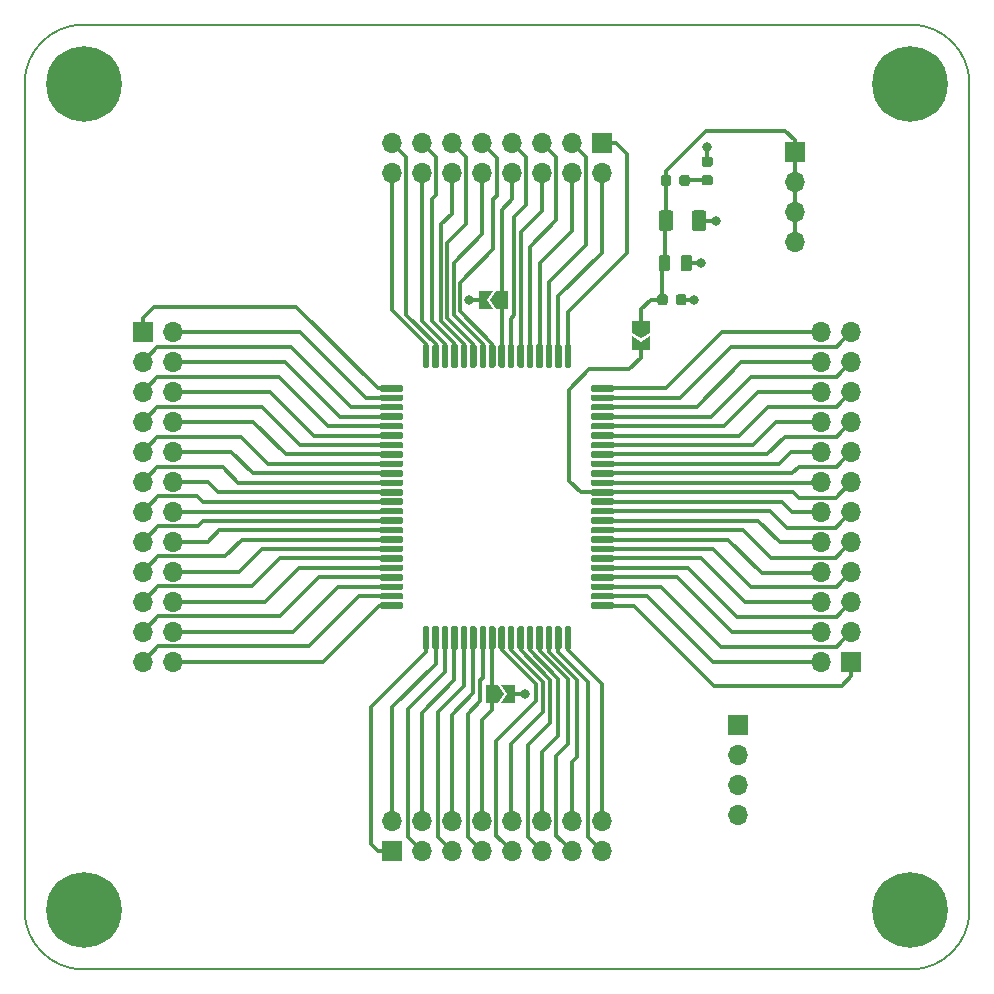
<source format=gbr>
G04 #@! TF.GenerationSoftware,KiCad,Pcbnew,5.1.6-c6e7f7d~86~ubuntu20.04.1*
G04 #@! TF.CreationDate,2020-05-17T15:59:45+03:00*
G04 #@! TF.ProjectId,GB-BRK-CPU-G2,47422d42-524b-42d4-9350-552d47322e6b,v1.1*
G04 #@! TF.SameCoordinates,Original*
G04 #@! TF.FileFunction,Copper,L1,Top*
G04 #@! TF.FilePolarity,Positive*
%FSLAX46Y46*%
G04 Gerber Fmt 4.6, Leading zero omitted, Abs format (unit mm)*
G04 Created by KiCad (PCBNEW 5.1.6-c6e7f7d~86~ubuntu20.04.1) date 2020-05-17 15:59:45*
%MOMM*%
%LPD*%
G01*
G04 APERTURE LIST*
G04 #@! TA.AperFunction,Profile*
%ADD10C,0.150000*%
G04 #@! TD*
G04 #@! TA.AperFunction,ComponentPad*
%ADD11C,0.800000*%
G04 #@! TD*
G04 #@! TA.AperFunction,ComponentPad*
%ADD12C,6.400000*%
G04 #@! TD*
G04 #@! TA.AperFunction,SMDPad,CuDef*
%ADD13C,0.100000*%
G04 #@! TD*
G04 #@! TA.AperFunction,ComponentPad*
%ADD14O,1.700000X1.700000*%
G04 #@! TD*
G04 #@! TA.AperFunction,ComponentPad*
%ADD15R,1.700000X1.700000*%
G04 #@! TD*
G04 #@! TA.AperFunction,ViaPad*
%ADD16C,0.800000*%
G04 #@! TD*
G04 #@! TA.AperFunction,Conductor*
%ADD17C,0.320000*%
G04 #@! TD*
G04 APERTURE END LIST*
D10*
X140000000Y-135000000D02*
G75*
G02*
X135000000Y-140000000I-5000000J0D01*
G01*
X65000000Y-140000000D02*
G75*
G02*
X60000000Y-135000000I0J5000000D01*
G01*
X60000000Y-65000000D02*
G75*
G02*
X65000000Y-60000000I5000000J0D01*
G01*
X135000000Y-60000000D02*
G75*
G02*
X140000000Y-65000000I0J-5000000D01*
G01*
X135000000Y-60000000D02*
X65000000Y-60000000D01*
X140000000Y-135000000D02*
X140000000Y-65000000D01*
X65000000Y-140000000D02*
X135000000Y-140000000D01*
X60000000Y-65000000D02*
X60000000Y-135000000D01*
G04 #@! TA.AperFunction,SMDPad,CuDef*
G36*
G01*
X93725000Y-88937500D02*
X93725000Y-87187500D01*
G75*
G02*
X93862500Y-87050000I137500J0D01*
G01*
X94137500Y-87050000D01*
G75*
G02*
X94275000Y-87187500I0J-137500D01*
G01*
X94275000Y-88937500D01*
G75*
G02*
X94137500Y-89075000I-137500J0D01*
G01*
X93862500Y-89075000D01*
G75*
G02*
X93725000Y-88937500I0J137500D01*
G01*
G37*
G04 #@! TD.AperFunction*
G04 #@! TA.AperFunction,SMDPad,CuDef*
G36*
G01*
X94525000Y-88937500D02*
X94525000Y-87187500D01*
G75*
G02*
X94662500Y-87050000I137500J0D01*
G01*
X94937500Y-87050000D01*
G75*
G02*
X95075000Y-87187500I0J-137500D01*
G01*
X95075000Y-88937500D01*
G75*
G02*
X94937500Y-89075000I-137500J0D01*
G01*
X94662500Y-89075000D01*
G75*
G02*
X94525000Y-88937500I0J137500D01*
G01*
G37*
G04 #@! TD.AperFunction*
G04 #@! TA.AperFunction,SMDPad,CuDef*
G36*
G01*
X95325000Y-88937500D02*
X95325000Y-87187500D01*
G75*
G02*
X95462500Y-87050000I137500J0D01*
G01*
X95737500Y-87050000D01*
G75*
G02*
X95875000Y-87187500I0J-137500D01*
G01*
X95875000Y-88937500D01*
G75*
G02*
X95737500Y-89075000I-137500J0D01*
G01*
X95462500Y-89075000D01*
G75*
G02*
X95325000Y-88937500I0J137500D01*
G01*
G37*
G04 #@! TD.AperFunction*
G04 #@! TA.AperFunction,SMDPad,CuDef*
G36*
G01*
X96125000Y-88937500D02*
X96125000Y-87187500D01*
G75*
G02*
X96262500Y-87050000I137500J0D01*
G01*
X96537500Y-87050000D01*
G75*
G02*
X96675000Y-87187500I0J-137500D01*
G01*
X96675000Y-88937500D01*
G75*
G02*
X96537500Y-89075000I-137500J0D01*
G01*
X96262500Y-89075000D01*
G75*
G02*
X96125000Y-88937500I0J137500D01*
G01*
G37*
G04 #@! TD.AperFunction*
G04 #@! TA.AperFunction,SMDPad,CuDef*
G36*
G01*
X96925000Y-88937500D02*
X96925000Y-87187500D01*
G75*
G02*
X97062500Y-87050000I137500J0D01*
G01*
X97337500Y-87050000D01*
G75*
G02*
X97475000Y-87187500I0J-137500D01*
G01*
X97475000Y-88937500D01*
G75*
G02*
X97337500Y-89075000I-137500J0D01*
G01*
X97062500Y-89075000D01*
G75*
G02*
X96925000Y-88937500I0J137500D01*
G01*
G37*
G04 #@! TD.AperFunction*
G04 #@! TA.AperFunction,SMDPad,CuDef*
G36*
G01*
X97725000Y-88937500D02*
X97725000Y-87187500D01*
G75*
G02*
X97862500Y-87050000I137500J0D01*
G01*
X98137500Y-87050000D01*
G75*
G02*
X98275000Y-87187500I0J-137500D01*
G01*
X98275000Y-88937500D01*
G75*
G02*
X98137500Y-89075000I-137500J0D01*
G01*
X97862500Y-89075000D01*
G75*
G02*
X97725000Y-88937500I0J137500D01*
G01*
G37*
G04 #@! TD.AperFunction*
G04 #@! TA.AperFunction,SMDPad,CuDef*
G36*
G01*
X98525000Y-88937500D02*
X98525000Y-87187500D01*
G75*
G02*
X98662500Y-87050000I137500J0D01*
G01*
X98937500Y-87050000D01*
G75*
G02*
X99075000Y-87187500I0J-137500D01*
G01*
X99075000Y-88937500D01*
G75*
G02*
X98937500Y-89075000I-137500J0D01*
G01*
X98662500Y-89075000D01*
G75*
G02*
X98525000Y-88937500I0J137500D01*
G01*
G37*
G04 #@! TD.AperFunction*
G04 #@! TA.AperFunction,SMDPad,CuDef*
G36*
G01*
X99325000Y-88937500D02*
X99325000Y-87187500D01*
G75*
G02*
X99462500Y-87050000I137500J0D01*
G01*
X99737500Y-87050000D01*
G75*
G02*
X99875000Y-87187500I0J-137500D01*
G01*
X99875000Y-88937500D01*
G75*
G02*
X99737500Y-89075000I-137500J0D01*
G01*
X99462500Y-89075000D01*
G75*
G02*
X99325000Y-88937500I0J137500D01*
G01*
G37*
G04 #@! TD.AperFunction*
G04 #@! TA.AperFunction,SMDPad,CuDef*
G36*
G01*
X100125000Y-88937500D02*
X100125000Y-87187500D01*
G75*
G02*
X100262500Y-87050000I137500J0D01*
G01*
X100537500Y-87050000D01*
G75*
G02*
X100675000Y-87187500I0J-137500D01*
G01*
X100675000Y-88937500D01*
G75*
G02*
X100537500Y-89075000I-137500J0D01*
G01*
X100262500Y-89075000D01*
G75*
G02*
X100125000Y-88937500I0J137500D01*
G01*
G37*
G04 #@! TD.AperFunction*
G04 #@! TA.AperFunction,SMDPad,CuDef*
G36*
G01*
X100925000Y-88937500D02*
X100925000Y-87187500D01*
G75*
G02*
X101062500Y-87050000I137500J0D01*
G01*
X101337500Y-87050000D01*
G75*
G02*
X101475000Y-87187500I0J-137500D01*
G01*
X101475000Y-88937500D01*
G75*
G02*
X101337500Y-89075000I-137500J0D01*
G01*
X101062500Y-89075000D01*
G75*
G02*
X100925000Y-88937500I0J137500D01*
G01*
G37*
G04 #@! TD.AperFunction*
G04 #@! TA.AperFunction,SMDPad,CuDef*
G36*
G01*
X101725000Y-88937500D02*
X101725000Y-87187500D01*
G75*
G02*
X101862500Y-87050000I137500J0D01*
G01*
X102137500Y-87050000D01*
G75*
G02*
X102275000Y-87187500I0J-137500D01*
G01*
X102275000Y-88937500D01*
G75*
G02*
X102137500Y-89075000I-137500J0D01*
G01*
X101862500Y-89075000D01*
G75*
G02*
X101725000Y-88937500I0J137500D01*
G01*
G37*
G04 #@! TD.AperFunction*
G04 #@! TA.AperFunction,SMDPad,CuDef*
G36*
G01*
X102525000Y-88937500D02*
X102525000Y-87187500D01*
G75*
G02*
X102662500Y-87050000I137500J0D01*
G01*
X102937500Y-87050000D01*
G75*
G02*
X103075000Y-87187500I0J-137500D01*
G01*
X103075000Y-88937500D01*
G75*
G02*
X102937500Y-89075000I-137500J0D01*
G01*
X102662500Y-89075000D01*
G75*
G02*
X102525000Y-88937500I0J137500D01*
G01*
G37*
G04 #@! TD.AperFunction*
G04 #@! TA.AperFunction,SMDPad,CuDef*
G36*
G01*
X103325000Y-88937500D02*
X103325000Y-87187500D01*
G75*
G02*
X103462500Y-87050000I137500J0D01*
G01*
X103737500Y-87050000D01*
G75*
G02*
X103875000Y-87187500I0J-137500D01*
G01*
X103875000Y-88937500D01*
G75*
G02*
X103737500Y-89075000I-137500J0D01*
G01*
X103462500Y-89075000D01*
G75*
G02*
X103325000Y-88937500I0J137500D01*
G01*
G37*
G04 #@! TD.AperFunction*
G04 #@! TA.AperFunction,SMDPad,CuDef*
G36*
G01*
X104125000Y-88937500D02*
X104125000Y-87187500D01*
G75*
G02*
X104262500Y-87050000I137500J0D01*
G01*
X104537500Y-87050000D01*
G75*
G02*
X104675000Y-87187500I0J-137500D01*
G01*
X104675000Y-88937500D01*
G75*
G02*
X104537500Y-89075000I-137500J0D01*
G01*
X104262500Y-89075000D01*
G75*
G02*
X104125000Y-88937500I0J137500D01*
G01*
G37*
G04 #@! TD.AperFunction*
G04 #@! TA.AperFunction,SMDPad,CuDef*
G36*
G01*
X104925000Y-88937500D02*
X104925000Y-87187500D01*
G75*
G02*
X105062500Y-87050000I137500J0D01*
G01*
X105337500Y-87050000D01*
G75*
G02*
X105475000Y-87187500I0J-137500D01*
G01*
X105475000Y-88937500D01*
G75*
G02*
X105337500Y-89075000I-137500J0D01*
G01*
X105062500Y-89075000D01*
G75*
G02*
X104925000Y-88937500I0J137500D01*
G01*
G37*
G04 #@! TD.AperFunction*
G04 #@! TA.AperFunction,SMDPad,CuDef*
G36*
G01*
X105725000Y-88937500D02*
X105725000Y-87187500D01*
G75*
G02*
X105862500Y-87050000I137500J0D01*
G01*
X106137500Y-87050000D01*
G75*
G02*
X106275000Y-87187500I0J-137500D01*
G01*
X106275000Y-88937500D01*
G75*
G02*
X106137500Y-89075000I-137500J0D01*
G01*
X105862500Y-89075000D01*
G75*
G02*
X105725000Y-88937500I0J137500D01*
G01*
G37*
G04 #@! TD.AperFunction*
G04 #@! TA.AperFunction,SMDPad,CuDef*
G36*
G01*
X107925000Y-90937500D02*
X107925000Y-90662500D01*
G75*
G02*
X108062500Y-90525000I137500J0D01*
G01*
X109812500Y-90525000D01*
G75*
G02*
X109950000Y-90662500I0J-137500D01*
G01*
X109950000Y-90937500D01*
G75*
G02*
X109812500Y-91075000I-137500J0D01*
G01*
X108062500Y-91075000D01*
G75*
G02*
X107925000Y-90937500I0J137500D01*
G01*
G37*
G04 #@! TD.AperFunction*
G04 #@! TA.AperFunction,SMDPad,CuDef*
G36*
G01*
X107925000Y-91737500D02*
X107925000Y-91462500D01*
G75*
G02*
X108062500Y-91325000I137500J0D01*
G01*
X109812500Y-91325000D01*
G75*
G02*
X109950000Y-91462500I0J-137500D01*
G01*
X109950000Y-91737500D01*
G75*
G02*
X109812500Y-91875000I-137500J0D01*
G01*
X108062500Y-91875000D01*
G75*
G02*
X107925000Y-91737500I0J137500D01*
G01*
G37*
G04 #@! TD.AperFunction*
G04 #@! TA.AperFunction,SMDPad,CuDef*
G36*
G01*
X107925000Y-92537500D02*
X107925000Y-92262500D01*
G75*
G02*
X108062500Y-92125000I137500J0D01*
G01*
X109812500Y-92125000D01*
G75*
G02*
X109950000Y-92262500I0J-137500D01*
G01*
X109950000Y-92537500D01*
G75*
G02*
X109812500Y-92675000I-137500J0D01*
G01*
X108062500Y-92675000D01*
G75*
G02*
X107925000Y-92537500I0J137500D01*
G01*
G37*
G04 #@! TD.AperFunction*
G04 #@! TA.AperFunction,SMDPad,CuDef*
G36*
G01*
X107925000Y-93337500D02*
X107925000Y-93062500D01*
G75*
G02*
X108062500Y-92925000I137500J0D01*
G01*
X109812500Y-92925000D01*
G75*
G02*
X109950000Y-93062500I0J-137500D01*
G01*
X109950000Y-93337500D01*
G75*
G02*
X109812500Y-93475000I-137500J0D01*
G01*
X108062500Y-93475000D01*
G75*
G02*
X107925000Y-93337500I0J137500D01*
G01*
G37*
G04 #@! TD.AperFunction*
G04 #@! TA.AperFunction,SMDPad,CuDef*
G36*
G01*
X107925000Y-94137500D02*
X107925000Y-93862500D01*
G75*
G02*
X108062500Y-93725000I137500J0D01*
G01*
X109812500Y-93725000D01*
G75*
G02*
X109950000Y-93862500I0J-137500D01*
G01*
X109950000Y-94137500D01*
G75*
G02*
X109812500Y-94275000I-137500J0D01*
G01*
X108062500Y-94275000D01*
G75*
G02*
X107925000Y-94137500I0J137500D01*
G01*
G37*
G04 #@! TD.AperFunction*
G04 #@! TA.AperFunction,SMDPad,CuDef*
G36*
G01*
X107925000Y-94937500D02*
X107925000Y-94662500D01*
G75*
G02*
X108062500Y-94525000I137500J0D01*
G01*
X109812500Y-94525000D01*
G75*
G02*
X109950000Y-94662500I0J-137500D01*
G01*
X109950000Y-94937500D01*
G75*
G02*
X109812500Y-95075000I-137500J0D01*
G01*
X108062500Y-95075000D01*
G75*
G02*
X107925000Y-94937500I0J137500D01*
G01*
G37*
G04 #@! TD.AperFunction*
G04 #@! TA.AperFunction,SMDPad,CuDef*
G36*
G01*
X107925000Y-95737500D02*
X107925000Y-95462500D01*
G75*
G02*
X108062500Y-95325000I137500J0D01*
G01*
X109812500Y-95325000D01*
G75*
G02*
X109950000Y-95462500I0J-137500D01*
G01*
X109950000Y-95737500D01*
G75*
G02*
X109812500Y-95875000I-137500J0D01*
G01*
X108062500Y-95875000D01*
G75*
G02*
X107925000Y-95737500I0J137500D01*
G01*
G37*
G04 #@! TD.AperFunction*
G04 #@! TA.AperFunction,SMDPad,CuDef*
G36*
G01*
X107925000Y-96537500D02*
X107925000Y-96262500D01*
G75*
G02*
X108062500Y-96125000I137500J0D01*
G01*
X109812500Y-96125000D01*
G75*
G02*
X109950000Y-96262500I0J-137500D01*
G01*
X109950000Y-96537500D01*
G75*
G02*
X109812500Y-96675000I-137500J0D01*
G01*
X108062500Y-96675000D01*
G75*
G02*
X107925000Y-96537500I0J137500D01*
G01*
G37*
G04 #@! TD.AperFunction*
G04 #@! TA.AperFunction,SMDPad,CuDef*
G36*
G01*
X107925000Y-97337500D02*
X107925000Y-97062500D01*
G75*
G02*
X108062500Y-96925000I137500J0D01*
G01*
X109812500Y-96925000D01*
G75*
G02*
X109950000Y-97062500I0J-137500D01*
G01*
X109950000Y-97337500D01*
G75*
G02*
X109812500Y-97475000I-137500J0D01*
G01*
X108062500Y-97475000D01*
G75*
G02*
X107925000Y-97337500I0J137500D01*
G01*
G37*
G04 #@! TD.AperFunction*
G04 #@! TA.AperFunction,SMDPad,CuDef*
G36*
G01*
X107925000Y-98137500D02*
X107925000Y-97862500D01*
G75*
G02*
X108062500Y-97725000I137500J0D01*
G01*
X109812500Y-97725000D01*
G75*
G02*
X109950000Y-97862500I0J-137500D01*
G01*
X109950000Y-98137500D01*
G75*
G02*
X109812500Y-98275000I-137500J0D01*
G01*
X108062500Y-98275000D01*
G75*
G02*
X107925000Y-98137500I0J137500D01*
G01*
G37*
G04 #@! TD.AperFunction*
G04 #@! TA.AperFunction,SMDPad,CuDef*
G36*
G01*
X107925000Y-98937500D02*
X107925000Y-98662500D01*
G75*
G02*
X108062500Y-98525000I137500J0D01*
G01*
X109812500Y-98525000D01*
G75*
G02*
X109950000Y-98662500I0J-137500D01*
G01*
X109950000Y-98937500D01*
G75*
G02*
X109812500Y-99075000I-137500J0D01*
G01*
X108062500Y-99075000D01*
G75*
G02*
X107925000Y-98937500I0J137500D01*
G01*
G37*
G04 #@! TD.AperFunction*
G04 #@! TA.AperFunction,SMDPad,CuDef*
G36*
G01*
X107925000Y-99737500D02*
X107925000Y-99462500D01*
G75*
G02*
X108062500Y-99325000I137500J0D01*
G01*
X109812500Y-99325000D01*
G75*
G02*
X109950000Y-99462500I0J-137500D01*
G01*
X109950000Y-99737500D01*
G75*
G02*
X109812500Y-99875000I-137500J0D01*
G01*
X108062500Y-99875000D01*
G75*
G02*
X107925000Y-99737500I0J137500D01*
G01*
G37*
G04 #@! TD.AperFunction*
G04 #@! TA.AperFunction,SMDPad,CuDef*
G36*
G01*
X107925000Y-100537500D02*
X107925000Y-100262500D01*
G75*
G02*
X108062500Y-100125000I137500J0D01*
G01*
X109812500Y-100125000D01*
G75*
G02*
X109950000Y-100262500I0J-137500D01*
G01*
X109950000Y-100537500D01*
G75*
G02*
X109812500Y-100675000I-137500J0D01*
G01*
X108062500Y-100675000D01*
G75*
G02*
X107925000Y-100537500I0J137500D01*
G01*
G37*
G04 #@! TD.AperFunction*
G04 #@! TA.AperFunction,SMDPad,CuDef*
G36*
G01*
X107925000Y-101337500D02*
X107925000Y-101062500D01*
G75*
G02*
X108062500Y-100925000I137500J0D01*
G01*
X109812500Y-100925000D01*
G75*
G02*
X109950000Y-101062500I0J-137500D01*
G01*
X109950000Y-101337500D01*
G75*
G02*
X109812500Y-101475000I-137500J0D01*
G01*
X108062500Y-101475000D01*
G75*
G02*
X107925000Y-101337500I0J137500D01*
G01*
G37*
G04 #@! TD.AperFunction*
G04 #@! TA.AperFunction,SMDPad,CuDef*
G36*
G01*
X107925000Y-102137500D02*
X107925000Y-101862500D01*
G75*
G02*
X108062500Y-101725000I137500J0D01*
G01*
X109812500Y-101725000D01*
G75*
G02*
X109950000Y-101862500I0J-137500D01*
G01*
X109950000Y-102137500D01*
G75*
G02*
X109812500Y-102275000I-137500J0D01*
G01*
X108062500Y-102275000D01*
G75*
G02*
X107925000Y-102137500I0J137500D01*
G01*
G37*
G04 #@! TD.AperFunction*
G04 #@! TA.AperFunction,SMDPad,CuDef*
G36*
G01*
X107925000Y-102937500D02*
X107925000Y-102662500D01*
G75*
G02*
X108062500Y-102525000I137500J0D01*
G01*
X109812500Y-102525000D01*
G75*
G02*
X109950000Y-102662500I0J-137500D01*
G01*
X109950000Y-102937500D01*
G75*
G02*
X109812500Y-103075000I-137500J0D01*
G01*
X108062500Y-103075000D01*
G75*
G02*
X107925000Y-102937500I0J137500D01*
G01*
G37*
G04 #@! TD.AperFunction*
G04 #@! TA.AperFunction,SMDPad,CuDef*
G36*
G01*
X107925000Y-103737500D02*
X107925000Y-103462500D01*
G75*
G02*
X108062500Y-103325000I137500J0D01*
G01*
X109812500Y-103325000D01*
G75*
G02*
X109950000Y-103462500I0J-137500D01*
G01*
X109950000Y-103737500D01*
G75*
G02*
X109812500Y-103875000I-137500J0D01*
G01*
X108062500Y-103875000D01*
G75*
G02*
X107925000Y-103737500I0J137500D01*
G01*
G37*
G04 #@! TD.AperFunction*
G04 #@! TA.AperFunction,SMDPad,CuDef*
G36*
G01*
X107925000Y-104537500D02*
X107925000Y-104262500D01*
G75*
G02*
X108062500Y-104125000I137500J0D01*
G01*
X109812500Y-104125000D01*
G75*
G02*
X109950000Y-104262500I0J-137500D01*
G01*
X109950000Y-104537500D01*
G75*
G02*
X109812500Y-104675000I-137500J0D01*
G01*
X108062500Y-104675000D01*
G75*
G02*
X107925000Y-104537500I0J137500D01*
G01*
G37*
G04 #@! TD.AperFunction*
G04 #@! TA.AperFunction,SMDPad,CuDef*
G36*
G01*
X107925000Y-105337500D02*
X107925000Y-105062500D01*
G75*
G02*
X108062500Y-104925000I137500J0D01*
G01*
X109812500Y-104925000D01*
G75*
G02*
X109950000Y-105062500I0J-137500D01*
G01*
X109950000Y-105337500D01*
G75*
G02*
X109812500Y-105475000I-137500J0D01*
G01*
X108062500Y-105475000D01*
G75*
G02*
X107925000Y-105337500I0J137500D01*
G01*
G37*
G04 #@! TD.AperFunction*
G04 #@! TA.AperFunction,SMDPad,CuDef*
G36*
G01*
X107925000Y-106137500D02*
X107925000Y-105862500D01*
G75*
G02*
X108062500Y-105725000I137500J0D01*
G01*
X109812500Y-105725000D01*
G75*
G02*
X109950000Y-105862500I0J-137500D01*
G01*
X109950000Y-106137500D01*
G75*
G02*
X109812500Y-106275000I-137500J0D01*
G01*
X108062500Y-106275000D01*
G75*
G02*
X107925000Y-106137500I0J137500D01*
G01*
G37*
G04 #@! TD.AperFunction*
G04 #@! TA.AperFunction,SMDPad,CuDef*
G36*
G01*
X107925000Y-106937500D02*
X107925000Y-106662500D01*
G75*
G02*
X108062500Y-106525000I137500J0D01*
G01*
X109812500Y-106525000D01*
G75*
G02*
X109950000Y-106662500I0J-137500D01*
G01*
X109950000Y-106937500D01*
G75*
G02*
X109812500Y-107075000I-137500J0D01*
G01*
X108062500Y-107075000D01*
G75*
G02*
X107925000Y-106937500I0J137500D01*
G01*
G37*
G04 #@! TD.AperFunction*
G04 #@! TA.AperFunction,SMDPad,CuDef*
G36*
G01*
X107925000Y-107737500D02*
X107925000Y-107462500D01*
G75*
G02*
X108062500Y-107325000I137500J0D01*
G01*
X109812500Y-107325000D01*
G75*
G02*
X109950000Y-107462500I0J-137500D01*
G01*
X109950000Y-107737500D01*
G75*
G02*
X109812500Y-107875000I-137500J0D01*
G01*
X108062500Y-107875000D01*
G75*
G02*
X107925000Y-107737500I0J137500D01*
G01*
G37*
G04 #@! TD.AperFunction*
G04 #@! TA.AperFunction,SMDPad,CuDef*
G36*
G01*
X107925000Y-108537500D02*
X107925000Y-108262500D01*
G75*
G02*
X108062500Y-108125000I137500J0D01*
G01*
X109812500Y-108125000D01*
G75*
G02*
X109950000Y-108262500I0J-137500D01*
G01*
X109950000Y-108537500D01*
G75*
G02*
X109812500Y-108675000I-137500J0D01*
G01*
X108062500Y-108675000D01*
G75*
G02*
X107925000Y-108537500I0J137500D01*
G01*
G37*
G04 #@! TD.AperFunction*
G04 #@! TA.AperFunction,SMDPad,CuDef*
G36*
G01*
X107925000Y-109337500D02*
X107925000Y-109062500D01*
G75*
G02*
X108062500Y-108925000I137500J0D01*
G01*
X109812500Y-108925000D01*
G75*
G02*
X109950000Y-109062500I0J-137500D01*
G01*
X109950000Y-109337500D01*
G75*
G02*
X109812500Y-109475000I-137500J0D01*
G01*
X108062500Y-109475000D01*
G75*
G02*
X107925000Y-109337500I0J137500D01*
G01*
G37*
G04 #@! TD.AperFunction*
G04 #@! TA.AperFunction,SMDPad,CuDef*
G36*
G01*
X105725000Y-112812500D02*
X105725000Y-111062500D01*
G75*
G02*
X105862500Y-110925000I137500J0D01*
G01*
X106137500Y-110925000D01*
G75*
G02*
X106275000Y-111062500I0J-137500D01*
G01*
X106275000Y-112812500D01*
G75*
G02*
X106137500Y-112950000I-137500J0D01*
G01*
X105862500Y-112950000D01*
G75*
G02*
X105725000Y-112812500I0J137500D01*
G01*
G37*
G04 #@! TD.AperFunction*
G04 #@! TA.AperFunction,SMDPad,CuDef*
G36*
G01*
X104925000Y-112812500D02*
X104925000Y-111062500D01*
G75*
G02*
X105062500Y-110925000I137500J0D01*
G01*
X105337500Y-110925000D01*
G75*
G02*
X105475000Y-111062500I0J-137500D01*
G01*
X105475000Y-112812500D01*
G75*
G02*
X105337500Y-112950000I-137500J0D01*
G01*
X105062500Y-112950000D01*
G75*
G02*
X104925000Y-112812500I0J137500D01*
G01*
G37*
G04 #@! TD.AperFunction*
G04 #@! TA.AperFunction,SMDPad,CuDef*
G36*
G01*
X104125000Y-112812500D02*
X104125000Y-111062500D01*
G75*
G02*
X104262500Y-110925000I137500J0D01*
G01*
X104537500Y-110925000D01*
G75*
G02*
X104675000Y-111062500I0J-137500D01*
G01*
X104675000Y-112812500D01*
G75*
G02*
X104537500Y-112950000I-137500J0D01*
G01*
X104262500Y-112950000D01*
G75*
G02*
X104125000Y-112812500I0J137500D01*
G01*
G37*
G04 #@! TD.AperFunction*
G04 #@! TA.AperFunction,SMDPad,CuDef*
G36*
G01*
X103325000Y-112812500D02*
X103325000Y-111062500D01*
G75*
G02*
X103462500Y-110925000I137500J0D01*
G01*
X103737500Y-110925000D01*
G75*
G02*
X103875000Y-111062500I0J-137500D01*
G01*
X103875000Y-112812500D01*
G75*
G02*
X103737500Y-112950000I-137500J0D01*
G01*
X103462500Y-112950000D01*
G75*
G02*
X103325000Y-112812500I0J137500D01*
G01*
G37*
G04 #@! TD.AperFunction*
G04 #@! TA.AperFunction,SMDPad,CuDef*
G36*
G01*
X102525000Y-112812500D02*
X102525000Y-111062500D01*
G75*
G02*
X102662500Y-110925000I137500J0D01*
G01*
X102937500Y-110925000D01*
G75*
G02*
X103075000Y-111062500I0J-137500D01*
G01*
X103075000Y-112812500D01*
G75*
G02*
X102937500Y-112950000I-137500J0D01*
G01*
X102662500Y-112950000D01*
G75*
G02*
X102525000Y-112812500I0J137500D01*
G01*
G37*
G04 #@! TD.AperFunction*
G04 #@! TA.AperFunction,SMDPad,CuDef*
G36*
G01*
X101725000Y-112812500D02*
X101725000Y-111062500D01*
G75*
G02*
X101862500Y-110925000I137500J0D01*
G01*
X102137500Y-110925000D01*
G75*
G02*
X102275000Y-111062500I0J-137500D01*
G01*
X102275000Y-112812500D01*
G75*
G02*
X102137500Y-112950000I-137500J0D01*
G01*
X101862500Y-112950000D01*
G75*
G02*
X101725000Y-112812500I0J137500D01*
G01*
G37*
G04 #@! TD.AperFunction*
G04 #@! TA.AperFunction,SMDPad,CuDef*
G36*
G01*
X100925000Y-112812500D02*
X100925000Y-111062500D01*
G75*
G02*
X101062500Y-110925000I137500J0D01*
G01*
X101337500Y-110925000D01*
G75*
G02*
X101475000Y-111062500I0J-137500D01*
G01*
X101475000Y-112812500D01*
G75*
G02*
X101337500Y-112950000I-137500J0D01*
G01*
X101062500Y-112950000D01*
G75*
G02*
X100925000Y-112812500I0J137500D01*
G01*
G37*
G04 #@! TD.AperFunction*
G04 #@! TA.AperFunction,SMDPad,CuDef*
G36*
G01*
X100125000Y-112812500D02*
X100125000Y-111062500D01*
G75*
G02*
X100262500Y-110925000I137500J0D01*
G01*
X100537500Y-110925000D01*
G75*
G02*
X100675000Y-111062500I0J-137500D01*
G01*
X100675000Y-112812500D01*
G75*
G02*
X100537500Y-112950000I-137500J0D01*
G01*
X100262500Y-112950000D01*
G75*
G02*
X100125000Y-112812500I0J137500D01*
G01*
G37*
G04 #@! TD.AperFunction*
G04 #@! TA.AperFunction,SMDPad,CuDef*
G36*
G01*
X99325000Y-112812500D02*
X99325000Y-111062500D01*
G75*
G02*
X99462500Y-110925000I137500J0D01*
G01*
X99737500Y-110925000D01*
G75*
G02*
X99875000Y-111062500I0J-137500D01*
G01*
X99875000Y-112812500D01*
G75*
G02*
X99737500Y-112950000I-137500J0D01*
G01*
X99462500Y-112950000D01*
G75*
G02*
X99325000Y-112812500I0J137500D01*
G01*
G37*
G04 #@! TD.AperFunction*
G04 #@! TA.AperFunction,SMDPad,CuDef*
G36*
G01*
X98525000Y-112812500D02*
X98525000Y-111062500D01*
G75*
G02*
X98662500Y-110925000I137500J0D01*
G01*
X98937500Y-110925000D01*
G75*
G02*
X99075000Y-111062500I0J-137500D01*
G01*
X99075000Y-112812500D01*
G75*
G02*
X98937500Y-112950000I-137500J0D01*
G01*
X98662500Y-112950000D01*
G75*
G02*
X98525000Y-112812500I0J137500D01*
G01*
G37*
G04 #@! TD.AperFunction*
G04 #@! TA.AperFunction,SMDPad,CuDef*
G36*
G01*
X97725000Y-112812500D02*
X97725000Y-111062500D01*
G75*
G02*
X97862500Y-110925000I137500J0D01*
G01*
X98137500Y-110925000D01*
G75*
G02*
X98275000Y-111062500I0J-137500D01*
G01*
X98275000Y-112812500D01*
G75*
G02*
X98137500Y-112950000I-137500J0D01*
G01*
X97862500Y-112950000D01*
G75*
G02*
X97725000Y-112812500I0J137500D01*
G01*
G37*
G04 #@! TD.AperFunction*
G04 #@! TA.AperFunction,SMDPad,CuDef*
G36*
G01*
X96925000Y-112812500D02*
X96925000Y-111062500D01*
G75*
G02*
X97062500Y-110925000I137500J0D01*
G01*
X97337500Y-110925000D01*
G75*
G02*
X97475000Y-111062500I0J-137500D01*
G01*
X97475000Y-112812500D01*
G75*
G02*
X97337500Y-112950000I-137500J0D01*
G01*
X97062500Y-112950000D01*
G75*
G02*
X96925000Y-112812500I0J137500D01*
G01*
G37*
G04 #@! TD.AperFunction*
G04 #@! TA.AperFunction,SMDPad,CuDef*
G36*
G01*
X96125000Y-112812500D02*
X96125000Y-111062500D01*
G75*
G02*
X96262500Y-110925000I137500J0D01*
G01*
X96537500Y-110925000D01*
G75*
G02*
X96675000Y-111062500I0J-137500D01*
G01*
X96675000Y-112812500D01*
G75*
G02*
X96537500Y-112950000I-137500J0D01*
G01*
X96262500Y-112950000D01*
G75*
G02*
X96125000Y-112812500I0J137500D01*
G01*
G37*
G04 #@! TD.AperFunction*
G04 #@! TA.AperFunction,SMDPad,CuDef*
G36*
G01*
X95325000Y-112812500D02*
X95325000Y-111062500D01*
G75*
G02*
X95462500Y-110925000I137500J0D01*
G01*
X95737500Y-110925000D01*
G75*
G02*
X95875000Y-111062500I0J-137500D01*
G01*
X95875000Y-112812500D01*
G75*
G02*
X95737500Y-112950000I-137500J0D01*
G01*
X95462500Y-112950000D01*
G75*
G02*
X95325000Y-112812500I0J137500D01*
G01*
G37*
G04 #@! TD.AperFunction*
G04 #@! TA.AperFunction,SMDPad,CuDef*
G36*
G01*
X94525000Y-112812500D02*
X94525000Y-111062500D01*
G75*
G02*
X94662500Y-110925000I137500J0D01*
G01*
X94937500Y-110925000D01*
G75*
G02*
X95075000Y-111062500I0J-137500D01*
G01*
X95075000Y-112812500D01*
G75*
G02*
X94937500Y-112950000I-137500J0D01*
G01*
X94662500Y-112950000D01*
G75*
G02*
X94525000Y-112812500I0J137500D01*
G01*
G37*
G04 #@! TD.AperFunction*
G04 #@! TA.AperFunction,SMDPad,CuDef*
G36*
G01*
X93725000Y-112812500D02*
X93725000Y-111062500D01*
G75*
G02*
X93862500Y-110925000I137500J0D01*
G01*
X94137500Y-110925000D01*
G75*
G02*
X94275000Y-111062500I0J-137500D01*
G01*
X94275000Y-112812500D01*
G75*
G02*
X94137500Y-112950000I-137500J0D01*
G01*
X93862500Y-112950000D01*
G75*
G02*
X93725000Y-112812500I0J137500D01*
G01*
G37*
G04 #@! TD.AperFunction*
G04 #@! TA.AperFunction,SMDPad,CuDef*
G36*
G01*
X90050000Y-109337500D02*
X90050000Y-109062500D01*
G75*
G02*
X90187500Y-108925000I137500J0D01*
G01*
X91937500Y-108925000D01*
G75*
G02*
X92075000Y-109062500I0J-137500D01*
G01*
X92075000Y-109337500D01*
G75*
G02*
X91937500Y-109475000I-137500J0D01*
G01*
X90187500Y-109475000D01*
G75*
G02*
X90050000Y-109337500I0J137500D01*
G01*
G37*
G04 #@! TD.AperFunction*
G04 #@! TA.AperFunction,SMDPad,CuDef*
G36*
G01*
X90050000Y-108537500D02*
X90050000Y-108262500D01*
G75*
G02*
X90187500Y-108125000I137500J0D01*
G01*
X91937500Y-108125000D01*
G75*
G02*
X92075000Y-108262500I0J-137500D01*
G01*
X92075000Y-108537500D01*
G75*
G02*
X91937500Y-108675000I-137500J0D01*
G01*
X90187500Y-108675000D01*
G75*
G02*
X90050000Y-108537500I0J137500D01*
G01*
G37*
G04 #@! TD.AperFunction*
G04 #@! TA.AperFunction,SMDPad,CuDef*
G36*
G01*
X90050000Y-107737500D02*
X90050000Y-107462500D01*
G75*
G02*
X90187500Y-107325000I137500J0D01*
G01*
X91937500Y-107325000D01*
G75*
G02*
X92075000Y-107462500I0J-137500D01*
G01*
X92075000Y-107737500D01*
G75*
G02*
X91937500Y-107875000I-137500J0D01*
G01*
X90187500Y-107875000D01*
G75*
G02*
X90050000Y-107737500I0J137500D01*
G01*
G37*
G04 #@! TD.AperFunction*
G04 #@! TA.AperFunction,SMDPad,CuDef*
G36*
G01*
X90050000Y-106937500D02*
X90050000Y-106662500D01*
G75*
G02*
X90187500Y-106525000I137500J0D01*
G01*
X91937500Y-106525000D01*
G75*
G02*
X92075000Y-106662500I0J-137500D01*
G01*
X92075000Y-106937500D01*
G75*
G02*
X91937500Y-107075000I-137500J0D01*
G01*
X90187500Y-107075000D01*
G75*
G02*
X90050000Y-106937500I0J137500D01*
G01*
G37*
G04 #@! TD.AperFunction*
G04 #@! TA.AperFunction,SMDPad,CuDef*
G36*
G01*
X90050000Y-106137500D02*
X90050000Y-105862500D01*
G75*
G02*
X90187500Y-105725000I137500J0D01*
G01*
X91937500Y-105725000D01*
G75*
G02*
X92075000Y-105862500I0J-137500D01*
G01*
X92075000Y-106137500D01*
G75*
G02*
X91937500Y-106275000I-137500J0D01*
G01*
X90187500Y-106275000D01*
G75*
G02*
X90050000Y-106137500I0J137500D01*
G01*
G37*
G04 #@! TD.AperFunction*
G04 #@! TA.AperFunction,SMDPad,CuDef*
G36*
G01*
X90050000Y-105337500D02*
X90050000Y-105062500D01*
G75*
G02*
X90187500Y-104925000I137500J0D01*
G01*
X91937500Y-104925000D01*
G75*
G02*
X92075000Y-105062500I0J-137500D01*
G01*
X92075000Y-105337500D01*
G75*
G02*
X91937500Y-105475000I-137500J0D01*
G01*
X90187500Y-105475000D01*
G75*
G02*
X90050000Y-105337500I0J137500D01*
G01*
G37*
G04 #@! TD.AperFunction*
G04 #@! TA.AperFunction,SMDPad,CuDef*
G36*
G01*
X90050000Y-104537500D02*
X90050000Y-104262500D01*
G75*
G02*
X90187500Y-104125000I137500J0D01*
G01*
X91937500Y-104125000D01*
G75*
G02*
X92075000Y-104262500I0J-137500D01*
G01*
X92075000Y-104537500D01*
G75*
G02*
X91937500Y-104675000I-137500J0D01*
G01*
X90187500Y-104675000D01*
G75*
G02*
X90050000Y-104537500I0J137500D01*
G01*
G37*
G04 #@! TD.AperFunction*
G04 #@! TA.AperFunction,SMDPad,CuDef*
G36*
G01*
X90050000Y-103737500D02*
X90050000Y-103462500D01*
G75*
G02*
X90187500Y-103325000I137500J0D01*
G01*
X91937500Y-103325000D01*
G75*
G02*
X92075000Y-103462500I0J-137500D01*
G01*
X92075000Y-103737500D01*
G75*
G02*
X91937500Y-103875000I-137500J0D01*
G01*
X90187500Y-103875000D01*
G75*
G02*
X90050000Y-103737500I0J137500D01*
G01*
G37*
G04 #@! TD.AperFunction*
G04 #@! TA.AperFunction,SMDPad,CuDef*
G36*
G01*
X90050000Y-102937500D02*
X90050000Y-102662500D01*
G75*
G02*
X90187500Y-102525000I137500J0D01*
G01*
X91937500Y-102525000D01*
G75*
G02*
X92075000Y-102662500I0J-137500D01*
G01*
X92075000Y-102937500D01*
G75*
G02*
X91937500Y-103075000I-137500J0D01*
G01*
X90187500Y-103075000D01*
G75*
G02*
X90050000Y-102937500I0J137500D01*
G01*
G37*
G04 #@! TD.AperFunction*
G04 #@! TA.AperFunction,SMDPad,CuDef*
G36*
G01*
X90050000Y-102137500D02*
X90050000Y-101862500D01*
G75*
G02*
X90187500Y-101725000I137500J0D01*
G01*
X91937500Y-101725000D01*
G75*
G02*
X92075000Y-101862500I0J-137500D01*
G01*
X92075000Y-102137500D01*
G75*
G02*
X91937500Y-102275000I-137500J0D01*
G01*
X90187500Y-102275000D01*
G75*
G02*
X90050000Y-102137500I0J137500D01*
G01*
G37*
G04 #@! TD.AperFunction*
G04 #@! TA.AperFunction,SMDPad,CuDef*
G36*
G01*
X90050000Y-101337500D02*
X90050000Y-101062500D01*
G75*
G02*
X90187500Y-100925000I137500J0D01*
G01*
X91937500Y-100925000D01*
G75*
G02*
X92075000Y-101062500I0J-137500D01*
G01*
X92075000Y-101337500D01*
G75*
G02*
X91937500Y-101475000I-137500J0D01*
G01*
X90187500Y-101475000D01*
G75*
G02*
X90050000Y-101337500I0J137500D01*
G01*
G37*
G04 #@! TD.AperFunction*
G04 #@! TA.AperFunction,SMDPad,CuDef*
G36*
G01*
X90050000Y-100537500D02*
X90050000Y-100262500D01*
G75*
G02*
X90187500Y-100125000I137500J0D01*
G01*
X91937500Y-100125000D01*
G75*
G02*
X92075000Y-100262500I0J-137500D01*
G01*
X92075000Y-100537500D01*
G75*
G02*
X91937500Y-100675000I-137500J0D01*
G01*
X90187500Y-100675000D01*
G75*
G02*
X90050000Y-100537500I0J137500D01*
G01*
G37*
G04 #@! TD.AperFunction*
G04 #@! TA.AperFunction,SMDPad,CuDef*
G36*
G01*
X90050000Y-99737500D02*
X90050000Y-99462500D01*
G75*
G02*
X90187500Y-99325000I137500J0D01*
G01*
X91937500Y-99325000D01*
G75*
G02*
X92075000Y-99462500I0J-137500D01*
G01*
X92075000Y-99737500D01*
G75*
G02*
X91937500Y-99875000I-137500J0D01*
G01*
X90187500Y-99875000D01*
G75*
G02*
X90050000Y-99737500I0J137500D01*
G01*
G37*
G04 #@! TD.AperFunction*
G04 #@! TA.AperFunction,SMDPad,CuDef*
G36*
G01*
X90050000Y-98937500D02*
X90050000Y-98662500D01*
G75*
G02*
X90187500Y-98525000I137500J0D01*
G01*
X91937500Y-98525000D01*
G75*
G02*
X92075000Y-98662500I0J-137500D01*
G01*
X92075000Y-98937500D01*
G75*
G02*
X91937500Y-99075000I-137500J0D01*
G01*
X90187500Y-99075000D01*
G75*
G02*
X90050000Y-98937500I0J137500D01*
G01*
G37*
G04 #@! TD.AperFunction*
G04 #@! TA.AperFunction,SMDPad,CuDef*
G36*
G01*
X90050000Y-98137500D02*
X90050000Y-97862500D01*
G75*
G02*
X90187500Y-97725000I137500J0D01*
G01*
X91937500Y-97725000D01*
G75*
G02*
X92075000Y-97862500I0J-137500D01*
G01*
X92075000Y-98137500D01*
G75*
G02*
X91937500Y-98275000I-137500J0D01*
G01*
X90187500Y-98275000D01*
G75*
G02*
X90050000Y-98137500I0J137500D01*
G01*
G37*
G04 #@! TD.AperFunction*
G04 #@! TA.AperFunction,SMDPad,CuDef*
G36*
G01*
X90050000Y-97337500D02*
X90050000Y-97062500D01*
G75*
G02*
X90187500Y-96925000I137500J0D01*
G01*
X91937500Y-96925000D01*
G75*
G02*
X92075000Y-97062500I0J-137500D01*
G01*
X92075000Y-97337500D01*
G75*
G02*
X91937500Y-97475000I-137500J0D01*
G01*
X90187500Y-97475000D01*
G75*
G02*
X90050000Y-97337500I0J137500D01*
G01*
G37*
G04 #@! TD.AperFunction*
G04 #@! TA.AperFunction,SMDPad,CuDef*
G36*
G01*
X90050000Y-96537500D02*
X90050000Y-96262500D01*
G75*
G02*
X90187500Y-96125000I137500J0D01*
G01*
X91937500Y-96125000D01*
G75*
G02*
X92075000Y-96262500I0J-137500D01*
G01*
X92075000Y-96537500D01*
G75*
G02*
X91937500Y-96675000I-137500J0D01*
G01*
X90187500Y-96675000D01*
G75*
G02*
X90050000Y-96537500I0J137500D01*
G01*
G37*
G04 #@! TD.AperFunction*
G04 #@! TA.AperFunction,SMDPad,CuDef*
G36*
G01*
X90050000Y-95737500D02*
X90050000Y-95462500D01*
G75*
G02*
X90187500Y-95325000I137500J0D01*
G01*
X91937500Y-95325000D01*
G75*
G02*
X92075000Y-95462500I0J-137500D01*
G01*
X92075000Y-95737500D01*
G75*
G02*
X91937500Y-95875000I-137500J0D01*
G01*
X90187500Y-95875000D01*
G75*
G02*
X90050000Y-95737500I0J137500D01*
G01*
G37*
G04 #@! TD.AperFunction*
G04 #@! TA.AperFunction,SMDPad,CuDef*
G36*
G01*
X90050000Y-94937500D02*
X90050000Y-94662500D01*
G75*
G02*
X90187500Y-94525000I137500J0D01*
G01*
X91937500Y-94525000D01*
G75*
G02*
X92075000Y-94662500I0J-137500D01*
G01*
X92075000Y-94937500D01*
G75*
G02*
X91937500Y-95075000I-137500J0D01*
G01*
X90187500Y-95075000D01*
G75*
G02*
X90050000Y-94937500I0J137500D01*
G01*
G37*
G04 #@! TD.AperFunction*
G04 #@! TA.AperFunction,SMDPad,CuDef*
G36*
G01*
X90050000Y-94137500D02*
X90050000Y-93862500D01*
G75*
G02*
X90187500Y-93725000I137500J0D01*
G01*
X91937500Y-93725000D01*
G75*
G02*
X92075000Y-93862500I0J-137500D01*
G01*
X92075000Y-94137500D01*
G75*
G02*
X91937500Y-94275000I-137500J0D01*
G01*
X90187500Y-94275000D01*
G75*
G02*
X90050000Y-94137500I0J137500D01*
G01*
G37*
G04 #@! TD.AperFunction*
G04 #@! TA.AperFunction,SMDPad,CuDef*
G36*
G01*
X90050000Y-93337500D02*
X90050000Y-93062500D01*
G75*
G02*
X90187500Y-92925000I137500J0D01*
G01*
X91937500Y-92925000D01*
G75*
G02*
X92075000Y-93062500I0J-137500D01*
G01*
X92075000Y-93337500D01*
G75*
G02*
X91937500Y-93475000I-137500J0D01*
G01*
X90187500Y-93475000D01*
G75*
G02*
X90050000Y-93337500I0J137500D01*
G01*
G37*
G04 #@! TD.AperFunction*
G04 #@! TA.AperFunction,SMDPad,CuDef*
G36*
G01*
X90050000Y-92537500D02*
X90050000Y-92262500D01*
G75*
G02*
X90187500Y-92125000I137500J0D01*
G01*
X91937500Y-92125000D01*
G75*
G02*
X92075000Y-92262500I0J-137500D01*
G01*
X92075000Y-92537500D01*
G75*
G02*
X91937500Y-92675000I-137500J0D01*
G01*
X90187500Y-92675000D01*
G75*
G02*
X90050000Y-92537500I0J137500D01*
G01*
G37*
G04 #@! TD.AperFunction*
G04 #@! TA.AperFunction,SMDPad,CuDef*
G36*
G01*
X90050000Y-91737500D02*
X90050000Y-91462500D01*
G75*
G02*
X90187500Y-91325000I137500J0D01*
G01*
X91937500Y-91325000D01*
G75*
G02*
X92075000Y-91462500I0J-137500D01*
G01*
X92075000Y-91737500D01*
G75*
G02*
X91937500Y-91875000I-137500J0D01*
G01*
X90187500Y-91875000D01*
G75*
G02*
X90050000Y-91737500I0J137500D01*
G01*
G37*
G04 #@! TD.AperFunction*
G04 #@! TA.AperFunction,SMDPad,CuDef*
G36*
G01*
X90050000Y-90937500D02*
X90050000Y-90662500D01*
G75*
G02*
X90187500Y-90525000I137500J0D01*
G01*
X91937500Y-90525000D01*
G75*
G02*
X92075000Y-90662500I0J-137500D01*
G01*
X92075000Y-90937500D01*
G75*
G02*
X91937500Y-91075000I-137500J0D01*
G01*
X90187500Y-91075000D01*
G75*
G02*
X90050000Y-90937500I0J137500D01*
G01*
G37*
G04 #@! TD.AperFunction*
D11*
X66697056Y-133302944D03*
X65000000Y-132600000D03*
X63302944Y-133302944D03*
X62600000Y-135000000D03*
X63302944Y-136697056D03*
X65000000Y-137400000D03*
X66697056Y-136697056D03*
X67400000Y-135000000D03*
D12*
X65000000Y-135000000D03*
D11*
X66697056Y-63302944D03*
X65000000Y-62600000D03*
X63302944Y-63302944D03*
X62600000Y-65000000D03*
X63302944Y-66697056D03*
X65000000Y-67400000D03*
X66697056Y-66697056D03*
X67400000Y-65000000D03*
D12*
X65000000Y-65000000D03*
D11*
X136697056Y-63302944D03*
X135000000Y-62600000D03*
X133302944Y-63302944D03*
X132600000Y-65000000D03*
X133302944Y-66697056D03*
X135000000Y-67400000D03*
X136697056Y-66697056D03*
X137400000Y-65000000D03*
D12*
X135000000Y-65000000D03*
D11*
X136697056Y-133302944D03*
X135000000Y-132600000D03*
X133302944Y-133302944D03*
X132600000Y-135000000D03*
X133302944Y-136697056D03*
X135000000Y-137400000D03*
X136697056Y-136697056D03*
X137400000Y-135000000D03*
D12*
X135000000Y-135000000D03*
G04 #@! TA.AperFunction,SMDPad,CuDef*
G36*
G01*
X115150000Y-83556250D02*
X115150000Y-83043750D01*
G75*
G02*
X115368750Y-82825000I218750J0D01*
G01*
X115806250Y-82825000D01*
G75*
G02*
X116025000Y-83043750I0J-218750D01*
G01*
X116025000Y-83556250D01*
G75*
G02*
X115806250Y-83775000I-218750J0D01*
G01*
X115368750Y-83775000D01*
G75*
G02*
X115150000Y-83556250I0J218750D01*
G01*
G37*
G04 #@! TD.AperFunction*
G04 #@! TA.AperFunction,SMDPad,CuDef*
G36*
G01*
X113575000Y-83556250D02*
X113575000Y-83043750D01*
G75*
G02*
X113793750Y-82825000I218750J0D01*
G01*
X114231250Y-82825000D01*
G75*
G02*
X114450000Y-83043750I0J-218750D01*
G01*
X114450000Y-83556250D01*
G75*
G02*
X114231250Y-83775000I-218750J0D01*
G01*
X113793750Y-83775000D01*
G75*
G02*
X113575000Y-83556250I0J218750D01*
G01*
G37*
G04 #@! TD.AperFunction*
G04 #@! TA.AperFunction,SMDPad,CuDef*
G36*
G01*
X115550000Y-80656250D02*
X115550000Y-79743750D01*
G75*
G02*
X115793750Y-79500000I243750J0D01*
G01*
X116281250Y-79500000D01*
G75*
G02*
X116525000Y-79743750I0J-243750D01*
G01*
X116525000Y-80656250D01*
G75*
G02*
X116281250Y-80900000I-243750J0D01*
G01*
X115793750Y-80900000D01*
G75*
G02*
X115550000Y-80656250I0J243750D01*
G01*
G37*
G04 #@! TD.AperFunction*
G04 #@! TA.AperFunction,SMDPad,CuDef*
G36*
G01*
X113675000Y-80656250D02*
X113675000Y-79743750D01*
G75*
G02*
X113918750Y-79500000I243750J0D01*
G01*
X114406250Y-79500000D01*
G75*
G02*
X114650000Y-79743750I0J-243750D01*
G01*
X114650000Y-80656250D01*
G75*
G02*
X114406250Y-80900000I-243750J0D01*
G01*
X113918750Y-80900000D01*
G75*
G02*
X113675000Y-80656250I0J243750D01*
G01*
G37*
G04 #@! TD.AperFunction*
G04 #@! TA.AperFunction,SMDPad,CuDef*
G36*
G01*
X116475000Y-77225000D02*
X116475000Y-75975000D01*
G75*
G02*
X116725000Y-75725000I250000J0D01*
G01*
X117475000Y-75725000D01*
G75*
G02*
X117725000Y-75975000I0J-250000D01*
G01*
X117725000Y-77225000D01*
G75*
G02*
X117475000Y-77475000I-250000J0D01*
G01*
X116725000Y-77475000D01*
G75*
G02*
X116475000Y-77225000I0J250000D01*
G01*
G37*
G04 #@! TD.AperFunction*
G04 #@! TA.AperFunction,SMDPad,CuDef*
G36*
G01*
X113675000Y-77225000D02*
X113675000Y-75975000D01*
G75*
G02*
X113925000Y-75725000I250000J0D01*
G01*
X114675000Y-75725000D01*
G75*
G02*
X114925000Y-75975000I0J-250000D01*
G01*
X114925000Y-77225000D01*
G75*
G02*
X114675000Y-77475000I-250000J0D01*
G01*
X113925000Y-77475000D01*
G75*
G02*
X113675000Y-77225000I0J250000D01*
G01*
G37*
G04 #@! TD.AperFunction*
G04 #@! TA.AperFunction,SMDPad,CuDef*
D13*
G36*
X99425000Y-83300000D02*
G01*
X99925000Y-82550000D01*
X100925000Y-82550000D01*
X100925000Y-84050000D01*
X99925000Y-84050000D01*
X99425000Y-83300000D01*
G37*
G04 #@! TD.AperFunction*
G04 #@! TA.AperFunction,SMDPad,CuDef*
G36*
X98475000Y-82550000D02*
G01*
X99625000Y-82550000D01*
X99125000Y-83300000D01*
X99625000Y-84050000D01*
X98475000Y-84050000D01*
X98475000Y-82550000D01*
G37*
G04 #@! TD.AperFunction*
G04 #@! TA.AperFunction,SMDPad,CuDef*
G36*
X112200000Y-86575000D02*
G01*
X111450000Y-86075000D01*
X111450000Y-85075000D01*
X112950000Y-85075000D01*
X112950000Y-86075000D01*
X112200000Y-86575000D01*
G37*
G04 #@! TD.AperFunction*
G04 #@! TA.AperFunction,SMDPad,CuDef*
G36*
X111450000Y-87525000D02*
G01*
X111450000Y-86375000D01*
X112200000Y-86875000D01*
X112950000Y-86375000D01*
X112950000Y-87525000D01*
X111450000Y-87525000D01*
G37*
G04 #@! TD.AperFunction*
G04 #@! TA.AperFunction,SMDPad,CuDef*
G36*
X100575000Y-116700000D02*
G01*
X100075000Y-117450000D01*
X99075000Y-117450000D01*
X99075000Y-115950000D01*
X100075000Y-115950000D01*
X100575000Y-116700000D01*
G37*
G04 #@! TD.AperFunction*
G04 #@! TA.AperFunction,SMDPad,CuDef*
G36*
X101525000Y-117450000D02*
G01*
X100375000Y-117450000D01*
X100875000Y-116700000D01*
X100375000Y-115950000D01*
X101525000Y-115950000D01*
X101525000Y-117450000D01*
G37*
G04 #@! TD.AperFunction*
G04 #@! TA.AperFunction,SMDPad,CuDef*
G36*
G01*
X117543750Y-72750000D02*
X118056250Y-72750000D01*
G75*
G02*
X118275000Y-72968750I0J-218750D01*
G01*
X118275000Y-73406250D01*
G75*
G02*
X118056250Y-73625000I-218750J0D01*
G01*
X117543750Y-73625000D01*
G75*
G02*
X117325000Y-73406250I0J218750D01*
G01*
X117325000Y-72968750D01*
G75*
G02*
X117543750Y-72750000I218750J0D01*
G01*
G37*
G04 #@! TD.AperFunction*
G04 #@! TA.AperFunction,SMDPad,CuDef*
G36*
G01*
X117543750Y-71175000D02*
X118056250Y-71175000D01*
G75*
G02*
X118275000Y-71393750I0J-218750D01*
G01*
X118275000Y-71831250D01*
G75*
G02*
X118056250Y-72050000I-218750J0D01*
G01*
X117543750Y-72050000D01*
G75*
G02*
X117325000Y-71831250I0J218750D01*
G01*
X117325000Y-71393750D01*
G75*
G02*
X117543750Y-71175000I218750J0D01*
G01*
G37*
G04 #@! TD.AperFunction*
G04 #@! TA.AperFunction,SMDPad,CuDef*
G36*
G01*
X114750000Y-72943750D02*
X114750000Y-73456250D01*
G75*
G02*
X114531250Y-73675000I-218750J0D01*
G01*
X114093750Y-73675000D01*
G75*
G02*
X113875000Y-73456250I0J218750D01*
G01*
X113875000Y-72943750D01*
G75*
G02*
X114093750Y-72725000I218750J0D01*
G01*
X114531250Y-72725000D01*
G75*
G02*
X114750000Y-72943750I0J-218750D01*
G01*
G37*
G04 #@! TD.AperFunction*
G04 #@! TA.AperFunction,SMDPad,CuDef*
G36*
G01*
X116325000Y-72943750D02*
X116325000Y-73456250D01*
G75*
G02*
X116106250Y-73675000I-218750J0D01*
G01*
X115668750Y-73675000D01*
G75*
G02*
X115450000Y-73456250I0J218750D01*
G01*
X115450000Y-72943750D01*
G75*
G02*
X115668750Y-72725000I218750J0D01*
G01*
X116106250Y-72725000D01*
G75*
G02*
X116325000Y-72943750I0J-218750D01*
G01*
G37*
G04 #@! TD.AperFunction*
D14*
X120400000Y-126920000D03*
X120400000Y-124380000D03*
X120400000Y-121840000D03*
D15*
X120400000Y-119300000D03*
D14*
X72540000Y-113940000D03*
X70000000Y-113940000D03*
X72540000Y-111400000D03*
X70000000Y-111400000D03*
X72540000Y-108860000D03*
X70000000Y-108860000D03*
X72540000Y-106320000D03*
X70000000Y-106320000D03*
X72540000Y-103780000D03*
X70000000Y-103780000D03*
X72540000Y-101240000D03*
X70000000Y-101240000D03*
X72540000Y-98700000D03*
X70000000Y-98700000D03*
X72540000Y-96160000D03*
X70000000Y-96160000D03*
X72540000Y-93620000D03*
X70000000Y-93620000D03*
X72540000Y-91080000D03*
X70000000Y-91080000D03*
X72540000Y-88540000D03*
X70000000Y-88540000D03*
X72540000Y-86000000D03*
D15*
X70000000Y-86000000D03*
D14*
X108880000Y-127460000D03*
X108880000Y-130000000D03*
X106340000Y-127460000D03*
X106340000Y-130000000D03*
X103800000Y-127460000D03*
X103800000Y-130000000D03*
X101260000Y-127460000D03*
X101260000Y-130000000D03*
X98720000Y-127460000D03*
X98720000Y-130000000D03*
X96180000Y-127460000D03*
X96180000Y-130000000D03*
X93640000Y-127460000D03*
X93640000Y-130000000D03*
X91100000Y-127460000D03*
D15*
X91100000Y-130000000D03*
D14*
X127460000Y-86060000D03*
X130000000Y-86060000D03*
X127460000Y-88600000D03*
X130000000Y-88600000D03*
X127460000Y-91140000D03*
X130000000Y-91140000D03*
X127460000Y-93680000D03*
X130000000Y-93680000D03*
X127460000Y-96220000D03*
X130000000Y-96220000D03*
X127460000Y-98760000D03*
X130000000Y-98760000D03*
X127460000Y-101300000D03*
X130000000Y-101300000D03*
X127460000Y-103840000D03*
X130000000Y-103840000D03*
X127460000Y-106380000D03*
X130000000Y-106380000D03*
X127460000Y-108920000D03*
X130000000Y-108920000D03*
X127460000Y-111460000D03*
X130000000Y-111460000D03*
X127460000Y-114000000D03*
D15*
X130000000Y-114000000D03*
D14*
X91120000Y-72540000D03*
X91120000Y-70000000D03*
X93660000Y-72540000D03*
X93660000Y-70000000D03*
X96200000Y-72540000D03*
X96200000Y-70000000D03*
X98740000Y-72540000D03*
X98740000Y-70000000D03*
X101280000Y-72540000D03*
X101280000Y-70000000D03*
X103820000Y-72540000D03*
X103820000Y-70000000D03*
X106360000Y-72540000D03*
X106360000Y-70000000D03*
X108900000Y-72540000D03*
D15*
X108900000Y-70000000D03*
D14*
X125200000Y-78420000D03*
X125200000Y-75880000D03*
X125200000Y-73340000D03*
D15*
X125200000Y-70800000D03*
D16*
X102400000Y-116700000D03*
X97600000Y-83300000D03*
X116700000Y-83300000D03*
X117300000Y-80200000D03*
X118500000Y-76600000D03*
X117800000Y-70400000D03*
D17*
X101025000Y-116700000D02*
X102400000Y-116700000D01*
X98975000Y-83300000D02*
X97600000Y-83300000D01*
X115600000Y-83300000D02*
X116700000Y-83300000D01*
X115980000Y-80200000D02*
X117300000Y-80200000D01*
X117130000Y-76600000D02*
X118500000Y-76600000D01*
X117800000Y-71600000D02*
X117800000Y-70400000D01*
X99600000Y-116675000D02*
X99575000Y-116700000D01*
X99600000Y-111550000D02*
X99600000Y-116675000D01*
X98720000Y-118880000D02*
X98720000Y-127460000D01*
X99575000Y-116700000D02*
X99575000Y-118025000D01*
X99575000Y-118025000D02*
X98720000Y-118880000D01*
X108525000Y-95625000D02*
X108500000Y-95600000D01*
X126257919Y-93680000D02*
X127460000Y-93680000D01*
X123620000Y-93680000D02*
X126257919Y-93680000D01*
X108500000Y-95600000D02*
X121700000Y-95600000D01*
X121700000Y-95600000D02*
X123620000Y-93680000D01*
X114000000Y-80420000D02*
X114220000Y-80200000D01*
X114000000Y-83300000D02*
X114000000Y-80420000D01*
X114220000Y-76650000D02*
X114270000Y-76600000D01*
X114220000Y-80200000D02*
X114220000Y-76650000D01*
X114300000Y-76570000D02*
X114270000Y-76600000D01*
X114300000Y-73200000D02*
X114300000Y-76570000D01*
X113000000Y-83300000D02*
X114000000Y-83300000D01*
X112200000Y-85575000D02*
X112200000Y-84100000D01*
X112200000Y-84100000D02*
X113000000Y-83300000D01*
X125200000Y-70800000D02*
X125200000Y-73340000D01*
X125200000Y-73340000D02*
X125200000Y-75880000D01*
X125200000Y-75880000D02*
X125200000Y-78420000D01*
X125200000Y-69800000D02*
X125200000Y-70800000D01*
X124400000Y-69000000D02*
X125200000Y-69800000D01*
X117680000Y-69000000D02*
X124400000Y-69000000D01*
X114300000Y-73200000D02*
X114300000Y-72380000D01*
X114300000Y-72380000D02*
X117680000Y-69000000D01*
X100425000Y-88425000D02*
X100400000Y-88450000D01*
X100425000Y-83300000D02*
X100425000Y-88425000D01*
X101300000Y-72560000D02*
X101280000Y-72540000D01*
X100425000Y-83300000D02*
X100425000Y-75675000D01*
X101300000Y-74800000D02*
X101300000Y-72560000D01*
X100425000Y-75675000D02*
X101300000Y-74800000D01*
X115900000Y-73200000D02*
X117800000Y-73200000D01*
X110070000Y-70000000D02*
X108900000Y-70000000D01*
X111000000Y-70930000D02*
X110070000Y-70000000D01*
X111000000Y-79300000D02*
X111000000Y-70930000D01*
X106000000Y-88450000D02*
X106000000Y-84300000D01*
X106000000Y-84300000D02*
X111000000Y-79300000D01*
X89900000Y-90800000D02*
X91500000Y-90800000D01*
X83000000Y-83900000D02*
X89900000Y-90800000D01*
X70930000Y-83900000D02*
X83000000Y-83900000D01*
X70000000Y-86000000D02*
X70000000Y-84830000D01*
X70000000Y-84830000D02*
X70930000Y-83900000D01*
X89930000Y-130000000D02*
X91100000Y-130000000D01*
X89300000Y-129370000D02*
X89930000Y-130000000D01*
X89300000Y-117800000D02*
X89300000Y-129370000D01*
X94000000Y-111550000D02*
X94000000Y-113100000D01*
X94000000Y-113100000D02*
X89300000Y-117800000D01*
X130000000Y-115170000D02*
X130000000Y-114000000D01*
X129170000Y-116000000D02*
X130000000Y-115170000D01*
X108500000Y-109200000D02*
X111600000Y-109200000D01*
X118400000Y-116000000D02*
X129170000Y-116000000D01*
X111600000Y-109200000D02*
X118400000Y-116000000D01*
X90080000Y-91600000D02*
X91500000Y-91600000D01*
X88900000Y-91600000D02*
X90080000Y-91600000D01*
X72540000Y-86000000D02*
X83300000Y-86000000D01*
X83300000Y-86000000D02*
X88900000Y-91600000D01*
X87600000Y-92400000D02*
X91500000Y-92400000D01*
X82529999Y-87329999D02*
X87600000Y-92400000D01*
X70000000Y-88540000D02*
X71210001Y-87329999D01*
X71210001Y-87329999D02*
X82529999Y-87329999D01*
X72540000Y-88540000D02*
X82040000Y-88540000D01*
X86700000Y-93200000D02*
X91500000Y-93200000D01*
X82040000Y-88540000D02*
X86700000Y-93200000D01*
X90080000Y-94000000D02*
X91500000Y-94000000D01*
X70000000Y-91080000D02*
X71210001Y-89869999D01*
X85700000Y-94000000D02*
X90080000Y-94000000D01*
X81569999Y-89869999D02*
X85700000Y-94000000D01*
X71210001Y-89869999D02*
X81569999Y-89869999D01*
X84500000Y-94800000D02*
X91500000Y-94800000D01*
X72540000Y-91080000D02*
X80780000Y-91080000D01*
X80780000Y-91080000D02*
X84500000Y-94800000D01*
X90080000Y-95600000D02*
X91500000Y-95600000D01*
X83300000Y-95600000D02*
X90080000Y-95600000D01*
X80109999Y-92409999D02*
X83300000Y-95600000D01*
X70000000Y-93620000D02*
X71210001Y-92409999D01*
X71210001Y-92409999D02*
X80109999Y-92409999D01*
X90080000Y-96400000D02*
X91500000Y-96400000D01*
X82100000Y-96400000D02*
X90080000Y-96400000D01*
X72540000Y-93620000D02*
X79320000Y-93620000D01*
X79320000Y-93620000D02*
X82100000Y-96400000D01*
X90080000Y-97200000D02*
X91500000Y-97200000D01*
X80600000Y-97200000D02*
X90080000Y-97200000D01*
X78349999Y-94949999D02*
X80600000Y-97200000D01*
X70000000Y-96160000D02*
X71210001Y-94949999D01*
X71210001Y-94949999D02*
X78349999Y-94949999D01*
X72540000Y-96220000D02*
X72720000Y-96400000D01*
X90080000Y-98000000D02*
X91500000Y-98000000D01*
X79300000Y-98000000D02*
X90080000Y-98000000D01*
X72540000Y-96160000D02*
X77460000Y-96160000D01*
X77460000Y-96160000D02*
X79300000Y-98000000D01*
X90080000Y-98800000D02*
X91500000Y-98800000D01*
X78100000Y-98800000D02*
X90080000Y-98800000D01*
X76789999Y-97489999D02*
X78100000Y-98800000D01*
X70000000Y-98700000D02*
X71210001Y-97489999D01*
X71210001Y-97489999D02*
X76789999Y-97489999D01*
X90080000Y-99600000D02*
X91500000Y-99600000D01*
X76400000Y-99600000D02*
X90080000Y-99600000D01*
X72540000Y-98700000D02*
X75500000Y-98700000D01*
X75500000Y-98700000D02*
X76400000Y-99600000D01*
X75100000Y-100400000D02*
X90080000Y-100400000D01*
X90080000Y-100400000D02*
X91500000Y-100400000D01*
X74610001Y-99910001D02*
X75100000Y-100400000D01*
X70000000Y-101240000D02*
X71329999Y-99910001D01*
X71329999Y-99910001D02*
X74610001Y-99910001D01*
X91460000Y-101240000D02*
X91500000Y-101200000D01*
X72540000Y-101240000D02*
X91460000Y-101240000D01*
X75100000Y-102000000D02*
X91500000Y-102000000D01*
X70000000Y-103780000D02*
X71329999Y-102450001D01*
X74649999Y-102450001D02*
X75100000Y-102000000D01*
X71329999Y-102450001D02*
X74649999Y-102450001D01*
X76500000Y-102800000D02*
X90080000Y-102800000D01*
X72540000Y-103780000D02*
X75520000Y-103780000D01*
X90080000Y-102800000D02*
X91500000Y-102800000D01*
X75520000Y-103780000D02*
X76500000Y-102800000D01*
X77009999Y-104990001D02*
X78400000Y-103600000D01*
X78400000Y-103600000D02*
X91500000Y-103600000D01*
X70000000Y-106320000D02*
X71329999Y-104990001D01*
X71329999Y-104990001D02*
X77009999Y-104990001D01*
X90080000Y-104400000D02*
X91500000Y-104400000D01*
X80100000Y-104400000D02*
X90080000Y-104400000D01*
X72540000Y-106320000D02*
X78180000Y-106320000D01*
X78180000Y-106320000D02*
X80100000Y-104400000D01*
X81600000Y-105200000D02*
X91500000Y-105200000D01*
X79269999Y-107530001D02*
X81600000Y-105200000D01*
X70000000Y-108860000D02*
X71329999Y-107530001D01*
X71329999Y-107530001D02*
X79269999Y-107530001D01*
X90080000Y-106000000D02*
X91500000Y-106000000D01*
X83200000Y-106000000D02*
X90080000Y-106000000D01*
X72540000Y-108860000D02*
X80340000Y-108860000D01*
X80340000Y-108860000D02*
X83200000Y-106000000D01*
X84900000Y-106800000D02*
X91500000Y-106800000D01*
X81629999Y-110070001D02*
X84900000Y-106800000D01*
X70000000Y-111400000D02*
X71329999Y-110070001D01*
X71329999Y-110070001D02*
X81629999Y-110070001D01*
X72540000Y-111400000D02*
X82700000Y-111400000D01*
X86500000Y-107600000D02*
X91500000Y-107600000D01*
X82700000Y-111400000D02*
X86500000Y-107600000D01*
X88300000Y-108400000D02*
X91500000Y-108400000D01*
X84089999Y-112610001D02*
X88300000Y-108400000D01*
X70000000Y-113940000D02*
X71329999Y-112610001D01*
X71329999Y-112610001D02*
X84089999Y-112610001D01*
X90000000Y-109200000D02*
X91500000Y-109200000D01*
X72540000Y-113940000D02*
X85260000Y-113940000D01*
X85260000Y-113940000D02*
X90000000Y-109200000D01*
X91100000Y-117800000D02*
X91100000Y-127460000D01*
X94800000Y-111550000D02*
X94800000Y-114100000D01*
X94800000Y-114100000D02*
X91100000Y-117800000D01*
X92790001Y-129150001D02*
X93640000Y-130000000D01*
X92429999Y-128789999D02*
X92790001Y-129150001D01*
X92429999Y-117970001D02*
X92429999Y-128789999D01*
X95600000Y-111550000D02*
X95600000Y-114800000D01*
X95600000Y-114800000D02*
X92429999Y-117970001D01*
X96400000Y-111550000D02*
X96400000Y-115500000D01*
X93640000Y-118260000D02*
X93640000Y-127460000D01*
X96400000Y-115500000D02*
X93640000Y-118260000D01*
X95330001Y-129150001D02*
X96180000Y-130000000D01*
X94969999Y-128789999D02*
X95330001Y-129150001D01*
X94969999Y-118230001D02*
X94969999Y-128789999D01*
X97200000Y-111550000D02*
X97200000Y-116000000D01*
X97200000Y-116000000D02*
X94969999Y-118230001D01*
X96180000Y-118420000D02*
X96180000Y-127460000D01*
X98000000Y-111550000D02*
X98000000Y-116600000D01*
X98000000Y-116600000D02*
X96180000Y-118420000D01*
X97870001Y-129150001D02*
X98720000Y-130000000D01*
X98800000Y-115300000D02*
X98600000Y-115500000D01*
X98600000Y-115500000D02*
X98600000Y-117300000D01*
X98800000Y-111550000D02*
X98800000Y-115300000D01*
X98600000Y-117300000D02*
X97509999Y-118390001D01*
X97509999Y-118390001D02*
X97509999Y-128789999D01*
X97509999Y-128789999D02*
X97870001Y-129150001D01*
X100410001Y-129150001D02*
X101260000Y-130000000D01*
X100400000Y-112970000D02*
X103300000Y-115870000D01*
X103300000Y-115870000D02*
X103300000Y-117300000D01*
X103300000Y-117300000D02*
X99930001Y-120669999D01*
X99930001Y-128670001D02*
X100410001Y-129150001D01*
X100400000Y-111550000D02*
X100400000Y-112970000D01*
X99930001Y-120669999D02*
X99930001Y-128670001D01*
X101200000Y-127400000D02*
X101260000Y-127460000D01*
X101200000Y-120900000D02*
X101200000Y-127400000D01*
X103900000Y-118200000D02*
X101200000Y-120900000D01*
X103900000Y-115670000D02*
X103900000Y-118200000D01*
X101200000Y-111550000D02*
X101200000Y-112970000D01*
X101200000Y-112970000D02*
X103900000Y-115670000D01*
X102000000Y-112970000D02*
X104500000Y-115470000D01*
X104500000Y-119100000D02*
X102589999Y-121010001D01*
X102000000Y-111550000D02*
X102000000Y-112970000D01*
X104500000Y-115470000D02*
X104500000Y-119100000D01*
X102589999Y-121010001D02*
X102589999Y-128789999D01*
X102950001Y-129150001D02*
X103800000Y-130000000D01*
X102589999Y-128789999D02*
X102950001Y-129150001D01*
X103800000Y-121600000D02*
X103800000Y-127460000D01*
X105200000Y-120200000D02*
X103800000Y-121600000D01*
X105200000Y-115370000D02*
X105200000Y-120200000D01*
X102800000Y-111550000D02*
X102800000Y-112970000D01*
X102800000Y-112970000D02*
X105200000Y-115370000D01*
X105490001Y-129150001D02*
X106340000Y-130000000D01*
X105000000Y-128660000D02*
X105490001Y-129150001D01*
X105000000Y-128050802D02*
X105000000Y-128660000D01*
X105010001Y-128040801D02*
X105000000Y-128050802D01*
X105010001Y-126879199D02*
X105010001Y-128040801D01*
X103600000Y-111550000D02*
X103600000Y-113034596D01*
X106000000Y-115434596D02*
X106000000Y-120900000D01*
X103600000Y-113034596D02*
X106000000Y-115434596D01*
X106000000Y-120900000D02*
X105000000Y-121900000D01*
X105000000Y-121900000D02*
X105000000Y-126869198D01*
X105000000Y-126869198D02*
X105010001Y-126879199D01*
X106340000Y-122460000D02*
X106340000Y-127460000D01*
X106800000Y-115499193D02*
X106800000Y-122000000D01*
X106800000Y-122000000D02*
X106340000Y-122460000D01*
X104400000Y-111550000D02*
X104400000Y-113099193D01*
X104400000Y-113099193D02*
X106800000Y-115499193D01*
X108030001Y-129150001D02*
X108880000Y-130000000D01*
X107669999Y-115633788D02*
X107669999Y-128789999D01*
X107669999Y-128789999D02*
X108030001Y-129150001D01*
X105200000Y-113163789D02*
X107669999Y-115633788D01*
X105200000Y-111550000D02*
X105200000Y-113163789D01*
X108880000Y-126257919D02*
X108880000Y-127460000D01*
X108880000Y-115850000D02*
X108880000Y-126257919D01*
X106000000Y-111550000D02*
X106000000Y-112970000D01*
X106000000Y-112970000D02*
X108880000Y-115850000D01*
X118300000Y-114000000D02*
X127460000Y-114000000D01*
X108500000Y-108400000D02*
X112700000Y-108400000D01*
X112700000Y-108400000D02*
X118300000Y-114000000D01*
X128789999Y-112670001D02*
X129150001Y-112309999D01*
X129150001Y-112309999D02*
X130000000Y-111460000D01*
X118970001Y-112670001D02*
X128789999Y-112670001D01*
X108500000Y-107600000D02*
X113900000Y-107600000D01*
X113900000Y-107600000D02*
X118970001Y-112670001D01*
X119860000Y-111460000D02*
X127460000Y-111460000D01*
X108500000Y-106800000D02*
X115200000Y-106800000D01*
X115200000Y-106800000D02*
X119860000Y-111460000D01*
X129150001Y-109769999D02*
X130000000Y-108920000D01*
X120330001Y-110130001D02*
X128789999Y-110130001D01*
X128789999Y-110130001D02*
X129150001Y-109769999D01*
X108500000Y-106000000D02*
X116200000Y-106000000D01*
X116200000Y-106000000D02*
X120330001Y-110130001D01*
X121020000Y-108920000D02*
X127460000Y-108920000D01*
X108500000Y-105200000D02*
X117300000Y-105200000D01*
X117300000Y-105200000D02*
X121020000Y-108920000D01*
X129150001Y-107229999D02*
X130000000Y-106380000D01*
X128789999Y-107590001D02*
X129150001Y-107229999D01*
X121490001Y-107590001D02*
X128789999Y-107590001D01*
X108500000Y-104400000D02*
X118300000Y-104400000D01*
X118300000Y-104400000D02*
X121490001Y-107590001D01*
X127440000Y-106400000D02*
X127460000Y-106380000D01*
X108500000Y-103600000D02*
X119600000Y-103600000D01*
X122400000Y-106400000D02*
X127440000Y-106400000D01*
X119600000Y-103600000D02*
X122400000Y-106400000D01*
X129150001Y-104689999D02*
X130000000Y-103840000D01*
X123169999Y-105169999D02*
X128670001Y-105169999D01*
X108500000Y-102800000D02*
X120800000Y-102800000D01*
X128670001Y-105169999D02*
X129150001Y-104689999D01*
X120800000Y-102800000D02*
X123169999Y-105169999D01*
X123940000Y-103840000D02*
X127460000Y-103840000D01*
X108500000Y-102000000D02*
X122100000Y-102000000D01*
X122100000Y-102000000D02*
X123940000Y-103840000D01*
X129150001Y-102149999D02*
X130000000Y-101300000D01*
X128670001Y-102629999D02*
X129150001Y-102149999D01*
X124529999Y-102629999D02*
X128670001Y-102629999D01*
X108500000Y-101200000D02*
X123100000Y-101200000D01*
X123100000Y-101200000D02*
X124529999Y-102629999D01*
X125000000Y-101300000D02*
X127460000Y-101300000D01*
X108500000Y-100400000D02*
X124100000Y-100400000D01*
X124100000Y-100400000D02*
X125000000Y-101300000D01*
X128689999Y-100089999D02*
X128689999Y-100070001D01*
X125589999Y-100089999D02*
X128689999Y-100089999D01*
X128689999Y-100070001D02*
X130000000Y-98760000D01*
X108500000Y-99600000D02*
X125100000Y-99600000D01*
X125100000Y-99600000D02*
X125589999Y-100089999D01*
X107080000Y-99600000D02*
X108500000Y-99600000D01*
X112200000Y-88200000D02*
X111200000Y-89200000D01*
X107800000Y-89200000D02*
X106100000Y-90900000D01*
X112200000Y-87025000D02*
X112200000Y-88200000D01*
X111200000Y-89200000D02*
X107800000Y-89200000D01*
X106100000Y-90900000D02*
X106100000Y-98620000D01*
X106100000Y-98620000D02*
X107080000Y-99600000D01*
X127420000Y-98800000D02*
X127460000Y-98760000D01*
X108500000Y-98800000D02*
X127420000Y-98800000D01*
X129150001Y-97069999D02*
X130000000Y-96220000D01*
X128789999Y-97430001D02*
X129150001Y-97069999D01*
X125569999Y-97430001D02*
X128789999Y-97430001D01*
X108500000Y-98000000D02*
X125000000Y-98000000D01*
X125000000Y-98000000D02*
X125569999Y-97430001D01*
X108500000Y-97200000D02*
X123900000Y-97200000D01*
X126257919Y-96220000D02*
X127460000Y-96220000D01*
X124880000Y-96220000D02*
X126257919Y-96220000D01*
X123900000Y-97200000D02*
X124880000Y-96220000D01*
X129150001Y-94529999D02*
X130000000Y-93680000D01*
X128789999Y-94890001D02*
X129150001Y-94529999D01*
X124409999Y-94890001D02*
X128789999Y-94890001D01*
X108500000Y-96400000D02*
X122900000Y-96400000D01*
X122900000Y-96400000D02*
X124409999Y-94890001D01*
X122060000Y-91140000D02*
X126257919Y-91140000D01*
X108500000Y-94000000D02*
X119200000Y-94000000D01*
X126257919Y-91140000D02*
X127460000Y-91140000D01*
X119200000Y-94000000D02*
X122060000Y-91140000D01*
X128789999Y-89810001D02*
X129150001Y-89449999D01*
X121489999Y-89810001D02*
X128789999Y-89810001D01*
X129150001Y-89449999D02*
X130000000Y-88600000D01*
X108500000Y-93200000D02*
X118100000Y-93200000D01*
X118100000Y-93200000D02*
X121489999Y-89810001D01*
X120700000Y-88600000D02*
X127460000Y-88600000D01*
X108500000Y-92400000D02*
X116900000Y-92400000D01*
X116900000Y-92400000D02*
X120700000Y-88600000D01*
X129150001Y-86909999D02*
X130000000Y-86060000D01*
X128789999Y-87270001D02*
X129150001Y-86909999D01*
X119829999Y-87270001D02*
X128789999Y-87270001D01*
X108500000Y-91600000D02*
X115500000Y-91600000D01*
X115500000Y-91600000D02*
X119829999Y-87270001D01*
X126257919Y-86060000D02*
X127460000Y-86060000D01*
X108500000Y-90800000D02*
X114300000Y-90800000D01*
X119040000Y-86060000D02*
X126257919Y-86060000D01*
X114300000Y-90800000D02*
X119040000Y-86060000D01*
X108900000Y-79300000D02*
X108900000Y-72540000D01*
X105200000Y-88450000D02*
X105200000Y-83000000D01*
X105200000Y-83000000D02*
X108900000Y-79300000D01*
X107209999Y-70849999D02*
X106360000Y-70000000D01*
X107570001Y-71210001D02*
X107209999Y-70849999D01*
X107570001Y-78629999D02*
X107570001Y-71210001D01*
X104400000Y-88450000D02*
X104400000Y-81800000D01*
X104400000Y-81800000D02*
X107570001Y-78629999D01*
X106360000Y-77440000D02*
X106360000Y-72540000D01*
X103600000Y-88450000D02*
X103600000Y-80200000D01*
X103600000Y-80200000D02*
X106360000Y-77440000D01*
X104669999Y-70849999D02*
X103820000Y-70000000D01*
X105030001Y-71210001D02*
X104669999Y-70849999D01*
X105030001Y-76569999D02*
X105030001Y-71210001D01*
X102800000Y-88450000D02*
X102800000Y-78800000D01*
X102800000Y-78800000D02*
X105030001Y-76569999D01*
X102129999Y-70849999D02*
X101280000Y-70000000D01*
X101200000Y-84900000D02*
X101479990Y-84620010D01*
X101200000Y-88450000D02*
X101200000Y-84900000D01*
X101479990Y-84620010D02*
X101479990Y-76320010D01*
X101479990Y-76320010D02*
X102490001Y-75309999D01*
X102490001Y-75309999D02*
X102490001Y-71210001D01*
X102490001Y-71210001D02*
X102129999Y-70849999D01*
X100000000Y-71260000D02*
X99589999Y-70849999D01*
X99600000Y-87030000D02*
X96839999Y-84269999D01*
X96839999Y-84269999D02*
X96839999Y-81860001D01*
X99600000Y-88450000D02*
X99600000Y-87030000D01*
X99700000Y-74800000D02*
X100000000Y-74500000D01*
X96839999Y-81860001D02*
X99700000Y-79000000D01*
X99589999Y-70849999D02*
X98740000Y-70000000D01*
X100000000Y-74500000D02*
X100000000Y-71260000D01*
X99700000Y-79000000D02*
X99700000Y-74800000D01*
X96319989Y-80180011D02*
X98740000Y-77760000D01*
X96319989Y-84549989D02*
X96319989Y-80180011D01*
X98800000Y-88450000D02*
X98800000Y-87030000D01*
X98740000Y-77760000D02*
X98740000Y-72540000D01*
X98800000Y-87030000D02*
X96319989Y-84549989D01*
X98000000Y-87030000D02*
X95799979Y-84829979D01*
X95799979Y-78500021D02*
X97410001Y-76889999D01*
X98000000Y-88450000D02*
X98000000Y-87030000D01*
X97410001Y-76889999D02*
X97410001Y-71210001D01*
X95799979Y-84829979D02*
X95799979Y-78500021D01*
X97049999Y-70849999D02*
X96200000Y-70000000D01*
X97410001Y-71210001D02*
X97049999Y-70849999D01*
X96200000Y-76000000D02*
X96200000Y-72540000D01*
X95279969Y-76920031D02*
X96200000Y-76000000D01*
X95279969Y-85109969D02*
X95279969Y-76920031D01*
X97200000Y-88450000D02*
X97200000Y-87030000D01*
X97200000Y-87030000D02*
X95279969Y-85109969D01*
X94509999Y-70849999D02*
X93660000Y-70000000D01*
X96400000Y-88450000D02*
X96400000Y-86965404D01*
X94870001Y-74429999D02*
X94870001Y-71210001D01*
X94870001Y-71210001D02*
X94509999Y-70849999D01*
X94500000Y-85065404D02*
X94500000Y-74800000D01*
X96400000Y-86965404D02*
X94500000Y-85065404D01*
X94500000Y-74800000D02*
X94870001Y-74429999D01*
X93660000Y-73742081D02*
X93660000Y-72540000D01*
X93660000Y-85090000D02*
X93660000Y-73742081D01*
X95600000Y-87030000D02*
X93660000Y-85090000D01*
X95600000Y-88450000D02*
X95600000Y-87030000D01*
X91969999Y-70849999D02*
X91120000Y-70000000D01*
X92330001Y-84560001D02*
X92330001Y-71210001D01*
X92330001Y-71210001D02*
X91969999Y-70849999D01*
X94800000Y-87030000D02*
X92330001Y-84560001D01*
X94800000Y-88450000D02*
X94800000Y-87030000D01*
X91120000Y-84150000D02*
X91120000Y-73742081D01*
X91120000Y-73742081D02*
X91120000Y-72540000D01*
X94000000Y-87030000D02*
X91120000Y-84150000D01*
X94000000Y-88450000D02*
X94000000Y-87030000D01*
X129150001Y-91989999D02*
X130000000Y-91140000D01*
X128789999Y-92350001D02*
X129150001Y-91989999D01*
X122949999Y-92350001D02*
X128789999Y-92350001D01*
X108500000Y-94800000D02*
X120500000Y-94800000D01*
X120500000Y-94800000D02*
X122949999Y-92350001D01*
X103820000Y-75780000D02*
X103820000Y-72540000D01*
X102000000Y-88450000D02*
X102000000Y-77600000D01*
X102000000Y-77600000D02*
X103820000Y-75780000D01*
M02*

</source>
